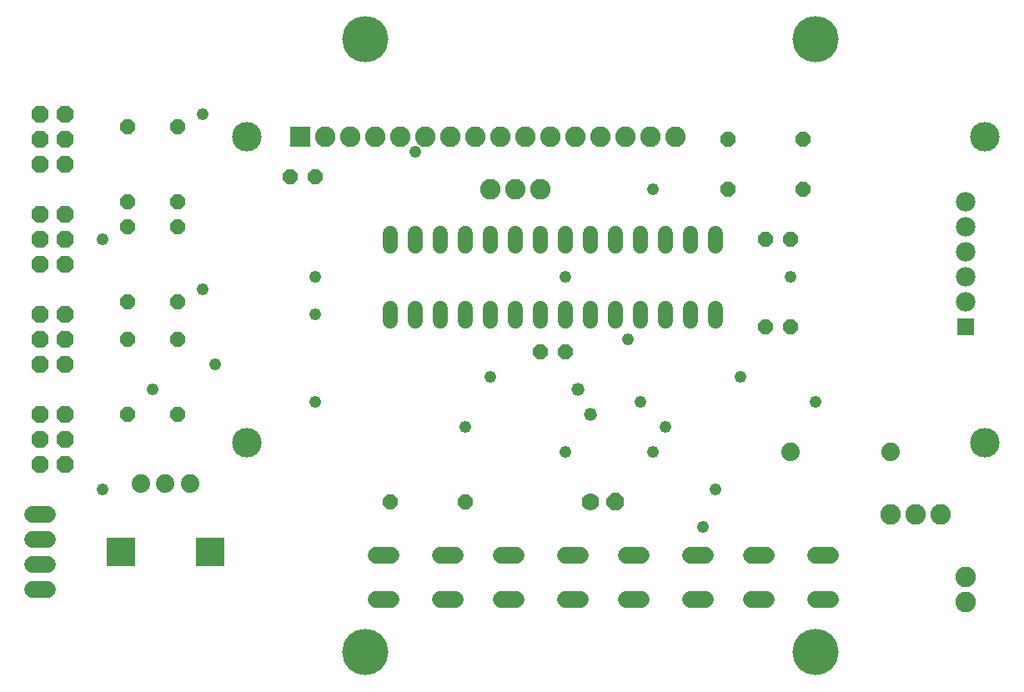
<source format=gbs>
G75*
G70*
%OFA0B0*%
%FSLAX24Y24*%
%IPPOS*%
%LPD*%
%AMOC8*
5,1,8,0,0,1.08239X$1,22.5*
%
%ADD10C,0.1850*%
%ADD11R,0.0820X0.0820*%
%ADD12C,0.0820*%
%ADD13C,0.1182*%
%ADD14C,0.0600*%
%ADD15OC8,0.0600*%
%ADD16OC8,0.0700*%
%ADD17C,0.0700*%
%ADD18C,0.0740*%
%ADD19R,0.1182X0.1182*%
%ADD20R,0.0674X0.0674*%
%ADD21C,0.0780*%
%ADD22C,0.0680*%
%ADD23OC8,0.0680*%
%ADD24C,0.0480*%
%ADD25C,0.0520*%
D10*
X021760Y007893D03*
X039760Y007893D03*
X039760Y032393D03*
X021760Y032393D03*
D11*
X019161Y028496D03*
D12*
X020161Y028496D03*
X021161Y028496D03*
X022161Y028496D03*
X023161Y028496D03*
X024161Y028496D03*
X025161Y028496D03*
X026161Y028496D03*
X027161Y028496D03*
X028161Y028496D03*
X029161Y028496D03*
X030161Y028496D03*
X031161Y028496D03*
X032161Y028496D03*
X033161Y028496D03*
X034161Y028496D03*
X028760Y026393D03*
X027760Y026393D03*
X026760Y026393D03*
X042760Y013393D03*
X043760Y013393D03*
X044760Y013393D03*
X045760Y010893D03*
X045760Y009893D03*
D13*
X046523Y016291D03*
X046523Y028496D03*
X016996Y028496D03*
X016996Y016291D03*
D14*
X022760Y021133D02*
X022760Y021653D01*
X023760Y021653D02*
X023760Y021133D01*
X024760Y021133D02*
X024760Y021653D01*
X025760Y021653D02*
X025760Y021133D01*
X026760Y021133D02*
X026760Y021653D01*
X027760Y021653D02*
X027760Y021133D01*
X028760Y021133D02*
X028760Y021653D01*
X029760Y021653D02*
X029760Y021133D01*
X030760Y021133D02*
X030760Y021653D01*
X031760Y021653D02*
X031760Y021133D01*
X032760Y021133D02*
X032760Y021653D01*
X033760Y021653D02*
X033760Y021133D01*
X034760Y021133D02*
X034760Y021653D01*
X035760Y021653D02*
X035760Y021133D01*
X035760Y024133D02*
X035760Y024653D01*
X034760Y024653D02*
X034760Y024133D01*
X033760Y024133D02*
X033760Y024653D01*
X032760Y024653D02*
X032760Y024133D01*
X031760Y024133D02*
X031760Y024653D01*
X030760Y024653D02*
X030760Y024133D01*
X029760Y024133D02*
X029760Y024653D01*
X028760Y024653D02*
X028760Y024133D01*
X027760Y024133D02*
X027760Y024653D01*
X026760Y024653D02*
X026760Y024133D01*
X025760Y024133D02*
X025760Y024653D01*
X024760Y024653D02*
X024760Y024133D01*
X023760Y024133D02*
X023760Y024653D01*
X022760Y024653D02*
X022760Y024133D01*
D15*
X019760Y026893D03*
X018760Y026893D03*
X014260Y025893D03*
X014260Y024893D03*
X012260Y024893D03*
X012260Y025893D03*
X012260Y028893D03*
X014260Y028893D03*
X014260Y021893D03*
X014260Y020393D03*
X012260Y020393D03*
X012260Y021893D03*
X012260Y017393D03*
X014260Y017393D03*
X022760Y013893D03*
X025760Y013893D03*
X028760Y019893D03*
X029760Y019893D03*
X037760Y020893D03*
X038760Y020893D03*
X038760Y024393D03*
X037760Y024393D03*
X039260Y026393D03*
X039260Y028393D03*
X036260Y028393D03*
X036260Y026393D03*
D16*
X031760Y013893D03*
D17*
X030760Y013893D03*
D18*
X038760Y015893D03*
X042760Y015893D03*
X014744Y014649D03*
X013760Y014649D03*
X012775Y014649D03*
D19*
X011988Y011893D03*
X015531Y011893D03*
D20*
X045760Y020893D03*
D21*
X045760Y021893D03*
X045760Y022893D03*
X045760Y023893D03*
X045760Y024893D03*
X045760Y025893D03*
D22*
X009060Y010393D02*
X008460Y010393D01*
X008460Y011393D02*
X009060Y011393D01*
X009060Y012393D02*
X008460Y012393D01*
X008460Y013393D02*
X009060Y013393D01*
X022180Y011783D02*
X022780Y011783D01*
X024740Y011783D02*
X025340Y011783D01*
X027180Y011783D02*
X027780Y011783D01*
X029740Y011783D02*
X030340Y011783D01*
X032180Y011783D02*
X032780Y011783D01*
X034740Y011783D02*
X035340Y011783D01*
X037180Y011783D02*
X037780Y011783D01*
X039740Y011783D02*
X040340Y011783D01*
X040340Y010003D02*
X039740Y010003D01*
X037780Y010003D02*
X037180Y010003D01*
X035340Y010003D02*
X034740Y010003D01*
X032780Y010003D02*
X032180Y010003D01*
X030340Y010003D02*
X029740Y010003D01*
X027780Y010003D02*
X027180Y010003D01*
X025340Y010003D02*
X024740Y010003D01*
X022780Y010003D02*
X022180Y010003D01*
D23*
X009760Y015393D03*
X009760Y016393D03*
X008760Y016393D03*
X008760Y015393D03*
X008760Y017393D03*
X009760Y017393D03*
X009760Y019393D03*
X008760Y019393D03*
X008760Y020393D03*
X009760Y020393D03*
X009760Y021393D03*
X008760Y021393D03*
X008760Y023393D03*
X009760Y023393D03*
X009760Y024393D03*
X009760Y025393D03*
X008760Y025393D03*
X008760Y024393D03*
X008760Y027393D03*
X009760Y027393D03*
X009760Y028393D03*
X008760Y028393D03*
X008760Y029393D03*
X009760Y029393D03*
D24*
X015260Y029393D03*
X011260Y024393D03*
X015260Y022393D03*
X015760Y019393D03*
X013260Y018393D03*
X011260Y014393D03*
X019760Y017893D03*
X019760Y021393D03*
X019760Y022893D03*
X023760Y027893D03*
X029760Y022893D03*
X032260Y020393D03*
X032760Y017893D03*
X033760Y016893D03*
X033260Y015893D03*
X035760Y014393D03*
X035260Y012893D03*
X029760Y015893D03*
X025760Y016893D03*
X026760Y018893D03*
X033260Y026393D03*
X038760Y022893D03*
X036760Y018893D03*
X039760Y017893D03*
D25*
X030760Y017393D03*
X030260Y018393D03*
M02*

</source>
